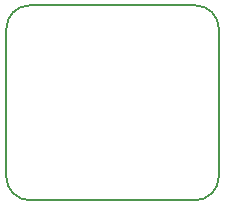
<source format=gm1>
G04 #@! TF.GenerationSoftware,KiCad,Pcbnew,(5.0.2)-1*
G04 #@! TF.CreationDate,2019-03-19T21:51:34-07:00*
G04 #@! TF.ProjectId,Unified-Daughterboard,556e6966-6965-4642-9d44-617567687465,rev?*
G04 #@! TF.SameCoordinates,Original*
G04 #@! TF.FileFunction,Profile,NP*
%FSLAX46Y46*%
G04 Gerber Fmt 4.6, Leading zero omitted, Abs format (unit mm)*
G04 Created by KiCad (PCBNEW (5.0.2)-1) date 3/19/2019 9:51:34 PM*
%MOMM*%
%LPD*%
G01*
G04 APERTURE LIST*
%ADD10C,0.150000*%
G04 APERTURE END LIST*
D10*
X48000000Y-44500000D02*
G75*
G02X46000000Y-46500000I-2000000J0D01*
G01*
X32000000Y-46500000D02*
G75*
G02X30000000Y-44500000I0J2000000D01*
G01*
X30000000Y-44500000D02*
X30000000Y-32000000D01*
X46000000Y-46500000D02*
X32000000Y-46500000D01*
X48000000Y-32000000D02*
X48000000Y-44500000D01*
X32000000Y-30000000D02*
X46000000Y-30000000D01*
X30000000Y-32000000D02*
G75*
G02X32000000Y-30000000I2000000J0D01*
G01*
X46000000Y-30000000D02*
G75*
G02X48000000Y-32000000I0J-2000000D01*
G01*
M02*

</source>
